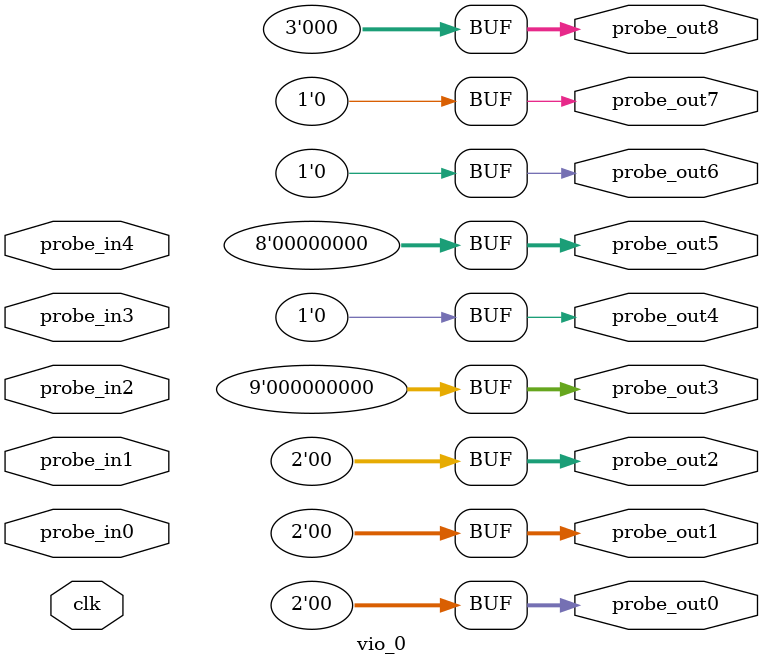
<source format=v>
`timescale 1ns / 1ps
module vio_0 (
clk,
probe_in0,probe_in1,probe_in2,probe_in3,probe_in4,
probe_out0,
probe_out1,
probe_out2,
probe_out3,
probe_out4,
probe_out5,
probe_out6,
probe_out7,
probe_out8
);

input clk;
input [7 : 0] probe_in0;
input [7 : 0] probe_in1;
input [7 : 0] probe_in2;
input [0 : 0] probe_in3;
input [0 : 0] probe_in4;

output reg [1 : 0] probe_out0 = 'h0 ;
output reg [1 : 0] probe_out1 = 'h0 ;
output reg [1 : 0] probe_out2 = 'h0 ;
output reg [8 : 0] probe_out3 = 'h000 ;
output reg [0 : 0] probe_out4 = 'h0 ;
output reg [7 : 0] probe_out5 = 'h00 ;
output reg [0 : 0] probe_out6 = 'h0 ;
output reg [0 : 0] probe_out7 = 'h0 ;
output reg [2 : 0] probe_out8 = 'h0 ;


endmodule

</source>
